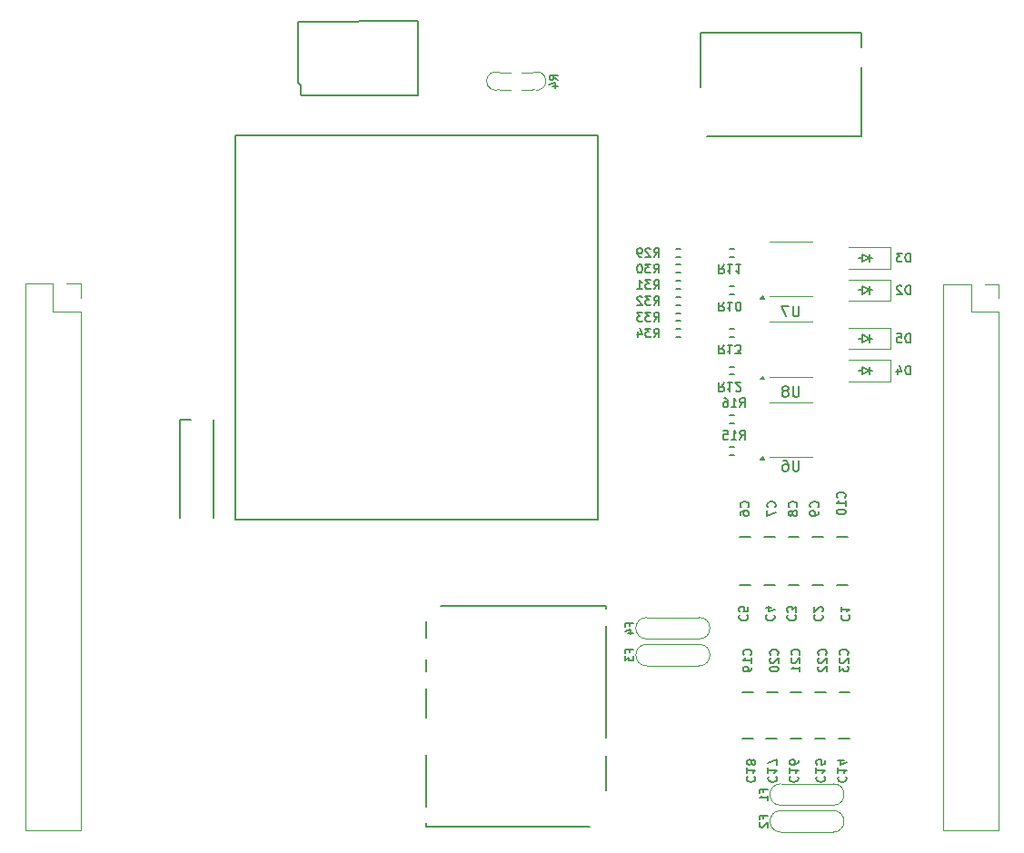
<source format=gbo>
G04 #@! TF.GenerationSoftware,KiCad,Pcbnew,8.0.7*
G04 #@! TF.CreationDate,2025-01-03T18:23:31+03:00*
G04 #@! TF.ProjectId,stabildaytona,73746162-696c-4646-9179-746f6e612e6b,D*
G04 #@! TF.SameCoordinates,PX2faf080PY9896800*
G04 #@! TF.FileFunction,Legend,Bot*
G04 #@! TF.FilePolarity,Positive*
%FSLAX46Y46*%
G04 Gerber Fmt 4.6, Leading zero omitted, Abs format (unit mm)*
G04 Created by KiCad (PCBNEW 8.0.7) date 2025-01-03 18:23:31*
%MOMM*%
%LPD*%
G01*
G04 APERTURE LIST*
%ADD10C,0.127000*%
%ADD11C,0.170000*%
%ADD12C,0.150000*%
%ADD13C,0.200000*%
%ADD14C,0.120000*%
%ADD15C,0.099060*%
%ADD16C,0.203200*%
G04 APERTURE END LIST*
D10*
X70946768Y5754000D02*
X70946768Y6008000D01*
X71345911Y6008000D02*
X70583911Y6008000D01*
X70583911Y6008000D02*
X70583911Y5645143D01*
X71345911Y4955714D02*
X71345911Y5391143D01*
X71345911Y5173428D02*
X70583911Y5173428D01*
X70583911Y5173428D02*
X70692768Y5246000D01*
X70692768Y5246000D02*
X70765340Y5318571D01*
X70765340Y5318571D02*
X70801626Y5391143D01*
X51750911Y72127000D02*
X51388054Y72381000D01*
X51750911Y72562429D02*
X50988911Y72562429D01*
X50988911Y72562429D02*
X50988911Y72272143D01*
X50988911Y72272143D02*
X51025197Y72199572D01*
X51025197Y72199572D02*
X51061483Y72163286D01*
X51061483Y72163286D02*
X51134054Y72127000D01*
X51134054Y72127000D02*
X51242911Y72127000D01*
X51242911Y72127000D02*
X51315483Y72163286D01*
X51315483Y72163286D02*
X51351768Y72199572D01*
X51351768Y72199572D02*
X51388054Y72272143D01*
X51388054Y72272143D02*
X51388054Y72562429D01*
X51242911Y71473857D02*
X51750911Y71473857D01*
X50952626Y71655286D02*
X51496911Y71836715D01*
X51496911Y71836715D02*
X51496911Y71365000D01*
X58446768Y21254000D02*
X58446768Y21508000D01*
X58845911Y21508000D02*
X58083911Y21508000D01*
X58083911Y21508000D02*
X58083911Y21145143D01*
X58337911Y20528285D02*
X58845911Y20528285D01*
X58047626Y20709714D02*
X58591911Y20891143D01*
X58591911Y20891143D02*
X58591911Y20419428D01*
X70946768Y3254000D02*
X70946768Y3508000D01*
X71345911Y3508000D02*
X70583911Y3508000D01*
X70583911Y3508000D02*
X70583911Y3145143D01*
X70656483Y2891143D02*
X70620197Y2854857D01*
X70620197Y2854857D02*
X70583911Y2782285D01*
X70583911Y2782285D02*
X70583911Y2600857D01*
X70583911Y2600857D02*
X70620197Y2528285D01*
X70620197Y2528285D02*
X70656483Y2492000D01*
X70656483Y2492000D02*
X70729054Y2455714D01*
X70729054Y2455714D02*
X70801626Y2455714D01*
X70801626Y2455714D02*
X70910483Y2492000D01*
X70910483Y2492000D02*
X71345911Y2927428D01*
X71345911Y2927428D02*
X71345911Y2455714D01*
X58446768Y18754000D02*
X58446768Y19008000D01*
X58845911Y19008000D02*
X58083911Y19008000D01*
X58083911Y19008000D02*
X58083911Y18645143D01*
X58083911Y18427428D02*
X58083911Y17955714D01*
X58083911Y17955714D02*
X58374197Y18209714D01*
X58374197Y18209714D02*
X58374197Y18100857D01*
X58374197Y18100857D02*
X58410483Y18028285D01*
X58410483Y18028285D02*
X58446768Y17992000D01*
X58446768Y17992000D02*
X58519340Y17955714D01*
X58519340Y17955714D02*
X58700768Y17955714D01*
X58700768Y17955714D02*
X58773340Y17992000D01*
X58773340Y17992000D02*
X58809626Y18028285D01*
X58809626Y18028285D02*
X58845911Y18100857D01*
X58845911Y18100857D02*
X58845911Y18318571D01*
X58845911Y18318571D02*
X58809626Y18391143D01*
X58809626Y18391143D02*
X58773340Y18427428D01*
D11*
X67275651Y43890809D02*
X67002318Y43500333D01*
X66807080Y43890809D02*
X66807080Y43070809D01*
X66807080Y43070809D02*
X67119461Y43070809D01*
X67119461Y43070809D02*
X67197556Y43109857D01*
X67197556Y43109857D02*
X67236603Y43148904D01*
X67236603Y43148904D02*
X67275651Y43227000D01*
X67275651Y43227000D02*
X67275651Y43344142D01*
X67275651Y43344142D02*
X67236603Y43422238D01*
X67236603Y43422238D02*
X67197556Y43461285D01*
X67197556Y43461285D02*
X67119461Y43500333D01*
X67119461Y43500333D02*
X66807080Y43500333D01*
X68056603Y43890809D02*
X67588032Y43890809D01*
X67822318Y43890809D02*
X67822318Y43070809D01*
X67822318Y43070809D02*
X67744222Y43187952D01*
X67744222Y43187952D02*
X67666127Y43266047D01*
X67666127Y43266047D02*
X67588032Y43305095D01*
X68368984Y43148904D02*
X68408032Y43109857D01*
X68408032Y43109857D02*
X68486127Y43070809D01*
X68486127Y43070809D02*
X68681365Y43070809D01*
X68681365Y43070809D02*
X68759460Y43109857D01*
X68759460Y43109857D02*
X68798508Y43148904D01*
X68798508Y43148904D02*
X68837555Y43227000D01*
X68837555Y43227000D02*
X68837555Y43305095D01*
X68837555Y43305095D02*
X68798508Y43422238D01*
X68798508Y43422238D02*
X68329936Y43890809D01*
X68329936Y43890809D02*
X68837555Y43890809D01*
X77947285Y7185651D02*
X77908238Y7146603D01*
X77908238Y7146603D02*
X77869190Y7029461D01*
X77869190Y7029461D02*
X77869190Y6951365D01*
X77869190Y6951365D02*
X77908238Y6834222D01*
X77908238Y6834222D02*
X77986333Y6756127D01*
X77986333Y6756127D02*
X78064428Y6717080D01*
X78064428Y6717080D02*
X78220618Y6678032D01*
X78220618Y6678032D02*
X78337761Y6678032D01*
X78337761Y6678032D02*
X78493952Y6717080D01*
X78493952Y6717080D02*
X78572047Y6756127D01*
X78572047Y6756127D02*
X78650142Y6834222D01*
X78650142Y6834222D02*
X78689190Y6951365D01*
X78689190Y6951365D02*
X78689190Y7029461D01*
X78689190Y7029461D02*
X78650142Y7146603D01*
X78650142Y7146603D02*
X78611095Y7185651D01*
X77869190Y7966603D02*
X77869190Y7498032D01*
X77869190Y7732318D02*
X78689190Y7732318D01*
X78689190Y7732318D02*
X78572047Y7654222D01*
X78572047Y7654222D02*
X78493952Y7576127D01*
X78493952Y7576127D02*
X78454904Y7498032D01*
X78415857Y8669460D02*
X77869190Y8669460D01*
X78728238Y8474222D02*
X78142523Y8278984D01*
X78142523Y8278984D02*
X78142523Y8786603D01*
X74262713Y18524349D02*
X74301761Y18563397D01*
X74301761Y18563397D02*
X74340808Y18680539D01*
X74340808Y18680539D02*
X74340808Y18758635D01*
X74340808Y18758635D02*
X74301761Y18875778D01*
X74301761Y18875778D02*
X74223665Y18953873D01*
X74223665Y18953873D02*
X74145570Y18992920D01*
X74145570Y18992920D02*
X73989380Y19031968D01*
X73989380Y19031968D02*
X73872237Y19031968D01*
X73872237Y19031968D02*
X73716046Y18992920D01*
X73716046Y18992920D02*
X73637951Y18953873D01*
X73637951Y18953873D02*
X73559856Y18875778D01*
X73559856Y18875778D02*
X73520808Y18758635D01*
X73520808Y18758635D02*
X73520808Y18680539D01*
X73520808Y18680539D02*
X73559856Y18563397D01*
X73559856Y18563397D02*
X73598903Y18524349D01*
X73598903Y18211968D02*
X73559856Y18172920D01*
X73559856Y18172920D02*
X73520808Y18094825D01*
X73520808Y18094825D02*
X73520808Y17899587D01*
X73520808Y17899587D02*
X73559856Y17821492D01*
X73559856Y17821492D02*
X73598903Y17782444D01*
X73598903Y17782444D02*
X73676999Y17743397D01*
X73676999Y17743397D02*
X73755094Y17743397D01*
X73755094Y17743397D02*
X73872237Y17782444D01*
X73872237Y17782444D02*
X74340808Y18251016D01*
X74340808Y18251016D02*
X74340808Y17743397D01*
X74340808Y16962445D02*
X74340808Y17431016D01*
X74340808Y17196730D02*
X73520808Y17196730D01*
X73520808Y17196730D02*
X73637951Y17274826D01*
X73637951Y17274826D02*
X73716046Y17352921D01*
X73716046Y17352921D02*
X73755094Y17431016D01*
X60724348Y49609192D02*
X60997681Y49999668D01*
X61192919Y49609192D02*
X61192919Y50429192D01*
X61192919Y50429192D02*
X60880538Y50429192D01*
X60880538Y50429192D02*
X60802443Y50390144D01*
X60802443Y50390144D02*
X60763396Y50351097D01*
X60763396Y50351097D02*
X60724348Y50273001D01*
X60724348Y50273001D02*
X60724348Y50155859D01*
X60724348Y50155859D02*
X60763396Y50077763D01*
X60763396Y50077763D02*
X60802443Y50038716D01*
X60802443Y50038716D02*
X60880538Y49999668D01*
X60880538Y49999668D02*
X61192919Y49999668D01*
X60451015Y50429192D02*
X59943396Y50429192D01*
X59943396Y50429192D02*
X60216729Y50116811D01*
X60216729Y50116811D02*
X60099586Y50116811D01*
X60099586Y50116811D02*
X60021491Y50077763D01*
X60021491Y50077763D02*
X59982443Y50038716D01*
X59982443Y50038716D02*
X59943396Y49960620D01*
X59943396Y49960620D02*
X59943396Y49765382D01*
X59943396Y49765382D02*
X59982443Y49687287D01*
X59982443Y49687287D02*
X60021491Y49648239D01*
X60021491Y49648239D02*
X60099586Y49609192D01*
X60099586Y49609192D02*
X60333872Y49609192D01*
X60333872Y49609192D02*
X60411967Y49648239D01*
X60411967Y49648239D02*
X60451015Y49687287D01*
X59670063Y50429192D02*
X59162444Y50429192D01*
X59162444Y50429192D02*
X59435777Y50116811D01*
X59435777Y50116811D02*
X59318634Y50116811D01*
X59318634Y50116811D02*
X59240539Y50077763D01*
X59240539Y50077763D02*
X59201491Y50038716D01*
X59201491Y50038716D02*
X59162444Y49960620D01*
X59162444Y49960620D02*
X59162444Y49765382D01*
X59162444Y49765382D02*
X59201491Y49687287D01*
X59201491Y49687287D02*
X59240539Y49648239D01*
X59240539Y49648239D02*
X59318634Y49609192D01*
X59318634Y49609192D02*
X59552920Y49609192D01*
X59552920Y49609192D02*
X59631015Y49648239D01*
X59631015Y49648239D02*
X59670063Y49687287D01*
X67275651Y51390809D02*
X67002318Y51000333D01*
X66807080Y51390809D02*
X66807080Y50570809D01*
X66807080Y50570809D02*
X67119461Y50570809D01*
X67119461Y50570809D02*
X67197556Y50609857D01*
X67197556Y50609857D02*
X67236603Y50648904D01*
X67236603Y50648904D02*
X67275651Y50727000D01*
X67275651Y50727000D02*
X67275651Y50844142D01*
X67275651Y50844142D02*
X67236603Y50922238D01*
X67236603Y50922238D02*
X67197556Y50961285D01*
X67197556Y50961285D02*
X67119461Y51000333D01*
X67119461Y51000333D02*
X66807080Y51000333D01*
X68056603Y51390809D02*
X67588032Y51390809D01*
X67822318Y51390809D02*
X67822318Y50570809D01*
X67822318Y50570809D02*
X67744222Y50687952D01*
X67744222Y50687952D02*
X67666127Y50766047D01*
X67666127Y50766047D02*
X67588032Y50805095D01*
X68564222Y50570809D02*
X68642317Y50570809D01*
X68642317Y50570809D02*
X68720413Y50609857D01*
X68720413Y50609857D02*
X68759460Y50648904D01*
X68759460Y50648904D02*
X68798508Y50727000D01*
X68798508Y50727000D02*
X68837555Y50883190D01*
X68837555Y50883190D02*
X68837555Y51078428D01*
X68837555Y51078428D02*
X68798508Y51234619D01*
X68798508Y51234619D02*
X68759460Y51312714D01*
X68759460Y51312714D02*
X68720413Y51351761D01*
X68720413Y51351761D02*
X68642317Y51390809D01*
X68642317Y51390809D02*
X68564222Y51390809D01*
X68564222Y51390809D02*
X68486127Y51351761D01*
X68486127Y51351761D02*
X68447079Y51312714D01*
X68447079Y51312714D02*
X68408032Y51234619D01*
X68408032Y51234619D02*
X68368984Y51078428D01*
X68368984Y51078428D02*
X68368984Y50883190D01*
X68368984Y50883190D02*
X68408032Y50727000D01*
X68408032Y50727000D02*
X68447079Y50648904D01*
X68447079Y50648904D02*
X68486127Y50609857D01*
X68486127Y50609857D02*
X68564222Y50570809D01*
X76762713Y18524349D02*
X76801761Y18563397D01*
X76801761Y18563397D02*
X76840808Y18680539D01*
X76840808Y18680539D02*
X76840808Y18758635D01*
X76840808Y18758635D02*
X76801761Y18875778D01*
X76801761Y18875778D02*
X76723665Y18953873D01*
X76723665Y18953873D02*
X76645570Y18992920D01*
X76645570Y18992920D02*
X76489380Y19031968D01*
X76489380Y19031968D02*
X76372237Y19031968D01*
X76372237Y19031968D02*
X76216046Y18992920D01*
X76216046Y18992920D02*
X76137951Y18953873D01*
X76137951Y18953873D02*
X76059856Y18875778D01*
X76059856Y18875778D02*
X76020808Y18758635D01*
X76020808Y18758635D02*
X76020808Y18680539D01*
X76020808Y18680539D02*
X76059856Y18563397D01*
X76059856Y18563397D02*
X76098903Y18524349D01*
X76098903Y18211968D02*
X76059856Y18172920D01*
X76059856Y18172920D02*
X76020808Y18094825D01*
X76020808Y18094825D02*
X76020808Y17899587D01*
X76020808Y17899587D02*
X76059856Y17821492D01*
X76059856Y17821492D02*
X76098903Y17782444D01*
X76098903Y17782444D02*
X76176999Y17743397D01*
X76176999Y17743397D02*
X76255094Y17743397D01*
X76255094Y17743397D02*
X76372237Y17782444D01*
X76372237Y17782444D02*
X76840808Y18251016D01*
X76840808Y18251016D02*
X76840808Y17743397D01*
X76098903Y17431016D02*
X76059856Y17391968D01*
X76059856Y17391968D02*
X76020808Y17313873D01*
X76020808Y17313873D02*
X76020808Y17118635D01*
X76020808Y17118635D02*
X76059856Y17040540D01*
X76059856Y17040540D02*
X76098903Y17001492D01*
X76098903Y17001492D02*
X76176999Y16962445D01*
X76176999Y16962445D02*
X76255094Y16962445D01*
X76255094Y16962445D02*
X76372237Y17001492D01*
X76372237Y17001492D02*
X76840808Y17470064D01*
X76840808Y17470064D02*
X76840808Y16962445D01*
X69512713Y32274349D02*
X69551761Y32313397D01*
X69551761Y32313397D02*
X69590808Y32430539D01*
X69590808Y32430539D02*
X69590808Y32508635D01*
X69590808Y32508635D02*
X69551761Y32625778D01*
X69551761Y32625778D02*
X69473665Y32703873D01*
X69473665Y32703873D02*
X69395570Y32742920D01*
X69395570Y32742920D02*
X69239380Y32781968D01*
X69239380Y32781968D02*
X69122237Y32781968D01*
X69122237Y32781968D02*
X68966046Y32742920D01*
X68966046Y32742920D02*
X68887951Y32703873D01*
X68887951Y32703873D02*
X68809856Y32625778D01*
X68809856Y32625778D02*
X68770808Y32508635D01*
X68770808Y32508635D02*
X68770808Y32430539D01*
X68770808Y32430539D02*
X68809856Y32313397D01*
X68809856Y32313397D02*
X68848903Y32274349D01*
X68770808Y31571492D02*
X68770808Y31727682D01*
X68770808Y31727682D02*
X68809856Y31805778D01*
X68809856Y31805778D02*
X68848903Y31844825D01*
X68848903Y31844825D02*
X68966046Y31922920D01*
X68966046Y31922920D02*
X69122237Y31961968D01*
X69122237Y31961968D02*
X69434618Y31961968D01*
X69434618Y31961968D02*
X69512713Y31922920D01*
X69512713Y31922920D02*
X69551761Y31883873D01*
X69551761Y31883873D02*
X69590808Y31805778D01*
X69590808Y31805778D02*
X69590808Y31649587D01*
X69590808Y31649587D02*
X69551761Y31571492D01*
X69551761Y31571492D02*
X69512713Y31532444D01*
X69512713Y31532444D02*
X69434618Y31493397D01*
X69434618Y31493397D02*
X69239380Y31493397D01*
X69239380Y31493397D02*
X69161284Y31532444D01*
X69161284Y31532444D02*
X69122237Y31571492D01*
X69122237Y31571492D02*
X69083189Y31649587D01*
X69083189Y31649587D02*
X69083189Y31805778D01*
X69083189Y31805778D02*
X69122237Y31883873D01*
X69122237Y31883873D02*
X69161284Y31922920D01*
X69161284Y31922920D02*
X69239380Y31961968D01*
X75947285Y7185651D02*
X75908238Y7146603D01*
X75908238Y7146603D02*
X75869190Y7029461D01*
X75869190Y7029461D02*
X75869190Y6951365D01*
X75869190Y6951365D02*
X75908238Y6834222D01*
X75908238Y6834222D02*
X75986333Y6756127D01*
X75986333Y6756127D02*
X76064428Y6717080D01*
X76064428Y6717080D02*
X76220618Y6678032D01*
X76220618Y6678032D02*
X76337761Y6678032D01*
X76337761Y6678032D02*
X76493952Y6717080D01*
X76493952Y6717080D02*
X76572047Y6756127D01*
X76572047Y6756127D02*
X76650142Y6834222D01*
X76650142Y6834222D02*
X76689190Y6951365D01*
X76689190Y6951365D02*
X76689190Y7029461D01*
X76689190Y7029461D02*
X76650142Y7146603D01*
X76650142Y7146603D02*
X76611095Y7185651D01*
X75869190Y7966603D02*
X75869190Y7498032D01*
X75869190Y7732318D02*
X76689190Y7732318D01*
X76689190Y7732318D02*
X76572047Y7654222D01*
X76572047Y7654222D02*
X76493952Y7576127D01*
X76493952Y7576127D02*
X76454904Y7498032D01*
X76689190Y8708508D02*
X76689190Y8318032D01*
X76689190Y8318032D02*
X76298714Y8278984D01*
X76298714Y8278984D02*
X76337761Y8318032D01*
X76337761Y8318032D02*
X76376809Y8396127D01*
X76376809Y8396127D02*
X76376809Y8591365D01*
X76376809Y8591365D02*
X76337761Y8669460D01*
X76337761Y8669460D02*
X76298714Y8708508D01*
X76298714Y8708508D02*
X76220618Y8747555D01*
X76220618Y8747555D02*
X76025380Y8747555D01*
X76025380Y8747555D02*
X75947285Y8708508D01*
X75947285Y8708508D02*
X75908238Y8669460D01*
X75908238Y8669460D02*
X75869190Y8591365D01*
X75869190Y8591365D02*
X75869190Y8396127D01*
X75869190Y8396127D02*
X75908238Y8318032D01*
X75908238Y8318032D02*
X75947285Y8278984D01*
X72262713Y18524349D02*
X72301761Y18563397D01*
X72301761Y18563397D02*
X72340808Y18680539D01*
X72340808Y18680539D02*
X72340808Y18758635D01*
X72340808Y18758635D02*
X72301761Y18875778D01*
X72301761Y18875778D02*
X72223665Y18953873D01*
X72223665Y18953873D02*
X72145570Y18992920D01*
X72145570Y18992920D02*
X71989380Y19031968D01*
X71989380Y19031968D02*
X71872237Y19031968D01*
X71872237Y19031968D02*
X71716046Y18992920D01*
X71716046Y18992920D02*
X71637951Y18953873D01*
X71637951Y18953873D02*
X71559856Y18875778D01*
X71559856Y18875778D02*
X71520808Y18758635D01*
X71520808Y18758635D02*
X71520808Y18680539D01*
X71520808Y18680539D02*
X71559856Y18563397D01*
X71559856Y18563397D02*
X71598903Y18524349D01*
X71598903Y18211968D02*
X71559856Y18172920D01*
X71559856Y18172920D02*
X71520808Y18094825D01*
X71520808Y18094825D02*
X71520808Y17899587D01*
X71520808Y17899587D02*
X71559856Y17821492D01*
X71559856Y17821492D02*
X71598903Y17782444D01*
X71598903Y17782444D02*
X71676999Y17743397D01*
X71676999Y17743397D02*
X71755094Y17743397D01*
X71755094Y17743397D02*
X71872237Y17782444D01*
X71872237Y17782444D02*
X72340808Y18251016D01*
X72340808Y18251016D02*
X72340808Y17743397D01*
X71520808Y17235778D02*
X71520808Y17157683D01*
X71520808Y17157683D02*
X71559856Y17079587D01*
X71559856Y17079587D02*
X71598903Y17040540D01*
X71598903Y17040540D02*
X71676999Y17001492D01*
X71676999Y17001492D02*
X71833189Y16962445D01*
X71833189Y16962445D02*
X72028427Y16962445D01*
X72028427Y16962445D02*
X72184618Y17001492D01*
X72184618Y17001492D02*
X72262713Y17040540D01*
X72262713Y17040540D02*
X72301761Y17079587D01*
X72301761Y17079587D02*
X72340808Y17157683D01*
X72340808Y17157683D02*
X72340808Y17235778D01*
X72340808Y17235778D02*
X72301761Y17313873D01*
X72301761Y17313873D02*
X72262713Y17352921D01*
X72262713Y17352921D02*
X72184618Y17391968D01*
X72184618Y17391968D02*
X72028427Y17431016D01*
X72028427Y17431016D02*
X71833189Y17431016D01*
X71833189Y17431016D02*
X71676999Y17391968D01*
X71676999Y17391968D02*
X71598903Y17352921D01*
X71598903Y17352921D02*
X71559856Y17313873D01*
X71559856Y17313873D02*
X71520808Y17235778D01*
X78762713Y18524349D02*
X78801761Y18563397D01*
X78801761Y18563397D02*
X78840808Y18680539D01*
X78840808Y18680539D02*
X78840808Y18758635D01*
X78840808Y18758635D02*
X78801761Y18875778D01*
X78801761Y18875778D02*
X78723665Y18953873D01*
X78723665Y18953873D02*
X78645570Y18992920D01*
X78645570Y18992920D02*
X78489380Y19031968D01*
X78489380Y19031968D02*
X78372237Y19031968D01*
X78372237Y19031968D02*
X78216046Y18992920D01*
X78216046Y18992920D02*
X78137951Y18953873D01*
X78137951Y18953873D02*
X78059856Y18875778D01*
X78059856Y18875778D02*
X78020808Y18758635D01*
X78020808Y18758635D02*
X78020808Y18680539D01*
X78020808Y18680539D02*
X78059856Y18563397D01*
X78059856Y18563397D02*
X78098903Y18524349D01*
X78098903Y18211968D02*
X78059856Y18172920D01*
X78059856Y18172920D02*
X78020808Y18094825D01*
X78020808Y18094825D02*
X78020808Y17899587D01*
X78020808Y17899587D02*
X78059856Y17821492D01*
X78059856Y17821492D02*
X78098903Y17782444D01*
X78098903Y17782444D02*
X78176999Y17743397D01*
X78176999Y17743397D02*
X78255094Y17743397D01*
X78255094Y17743397D02*
X78372237Y17782444D01*
X78372237Y17782444D02*
X78840808Y18251016D01*
X78840808Y18251016D02*
X78840808Y17743397D01*
X78020808Y17470064D02*
X78020808Y16962445D01*
X78020808Y16962445D02*
X78333189Y17235778D01*
X78333189Y17235778D02*
X78333189Y17118635D01*
X78333189Y17118635D02*
X78372237Y17040540D01*
X78372237Y17040540D02*
X78411284Y17001492D01*
X78411284Y17001492D02*
X78489380Y16962445D01*
X78489380Y16962445D02*
X78684618Y16962445D01*
X78684618Y16962445D02*
X78762713Y17001492D01*
X78762713Y17001492D02*
X78801761Y17040540D01*
X78801761Y17040540D02*
X78840808Y17118635D01*
X78840808Y17118635D02*
X78840808Y17352921D01*
X78840808Y17352921D02*
X78801761Y17431016D01*
X78801761Y17431016D02*
X78762713Y17470064D01*
D12*
X74261904Y36645181D02*
X74261904Y35835658D01*
X74261904Y35835658D02*
X74214285Y35740420D01*
X74214285Y35740420D02*
X74166666Y35692800D01*
X74166666Y35692800D02*
X74071428Y35645181D01*
X74071428Y35645181D02*
X73880952Y35645181D01*
X73880952Y35645181D02*
X73785714Y35692800D01*
X73785714Y35692800D02*
X73738095Y35740420D01*
X73738095Y35740420D02*
X73690476Y35835658D01*
X73690476Y35835658D02*
X73690476Y36645181D01*
X72785714Y36645181D02*
X72976190Y36645181D01*
X72976190Y36645181D02*
X73071428Y36597562D01*
X73071428Y36597562D02*
X73119047Y36549943D01*
X73119047Y36549943D02*
X73214285Y36407086D01*
X73214285Y36407086D02*
X73261904Y36216610D01*
X73261904Y36216610D02*
X73261904Y35835658D01*
X73261904Y35835658D02*
X73214285Y35740420D01*
X73214285Y35740420D02*
X73166666Y35692800D01*
X73166666Y35692800D02*
X73071428Y35645181D01*
X73071428Y35645181D02*
X72880952Y35645181D01*
X72880952Y35645181D02*
X72785714Y35692800D01*
X72785714Y35692800D02*
X72738095Y35740420D01*
X72738095Y35740420D02*
X72690476Y35835658D01*
X72690476Y35835658D02*
X72690476Y36073753D01*
X72690476Y36073753D02*
X72738095Y36168991D01*
X72738095Y36168991D02*
X72785714Y36216610D01*
X72785714Y36216610D02*
X72880952Y36264229D01*
X72880952Y36264229D02*
X73071428Y36264229D01*
X73071428Y36264229D02*
X73166666Y36216610D01*
X73166666Y36216610D02*
X73214285Y36168991D01*
X73214285Y36168991D02*
X73261904Y36073753D01*
D11*
X60724348Y55609192D02*
X60997681Y55999668D01*
X61192919Y55609192D02*
X61192919Y56429192D01*
X61192919Y56429192D02*
X60880538Y56429192D01*
X60880538Y56429192D02*
X60802443Y56390144D01*
X60802443Y56390144D02*
X60763396Y56351097D01*
X60763396Y56351097D02*
X60724348Y56273001D01*
X60724348Y56273001D02*
X60724348Y56155859D01*
X60724348Y56155859D02*
X60763396Y56077763D01*
X60763396Y56077763D02*
X60802443Y56038716D01*
X60802443Y56038716D02*
X60880538Y55999668D01*
X60880538Y55999668D02*
X61192919Y55999668D01*
X60411967Y56351097D02*
X60372919Y56390144D01*
X60372919Y56390144D02*
X60294824Y56429192D01*
X60294824Y56429192D02*
X60099586Y56429192D01*
X60099586Y56429192D02*
X60021491Y56390144D01*
X60021491Y56390144D02*
X59982443Y56351097D01*
X59982443Y56351097D02*
X59943396Y56273001D01*
X59943396Y56273001D02*
X59943396Y56194906D01*
X59943396Y56194906D02*
X59982443Y56077763D01*
X59982443Y56077763D02*
X60451015Y55609192D01*
X60451015Y55609192D02*
X59943396Y55609192D01*
X59552920Y55609192D02*
X59396729Y55609192D01*
X59396729Y55609192D02*
X59318634Y55648239D01*
X59318634Y55648239D02*
X59279586Y55687287D01*
X59279586Y55687287D02*
X59201491Y55804430D01*
X59201491Y55804430D02*
X59162444Y55960620D01*
X59162444Y55960620D02*
X59162444Y56273001D01*
X59162444Y56273001D02*
X59201491Y56351097D01*
X59201491Y56351097D02*
X59240539Y56390144D01*
X59240539Y56390144D02*
X59318634Y56429192D01*
X59318634Y56429192D02*
X59474825Y56429192D01*
X59474825Y56429192D02*
X59552920Y56390144D01*
X59552920Y56390144D02*
X59591967Y56351097D01*
X59591967Y56351097D02*
X59631015Y56273001D01*
X59631015Y56273001D02*
X59631015Y56077763D01*
X59631015Y56077763D02*
X59591967Y55999668D01*
X59591967Y55999668D02*
X59552920Y55960620D01*
X59552920Y55960620D02*
X59474825Y55921573D01*
X59474825Y55921573D02*
X59318634Y55921573D01*
X59318634Y55921573D02*
X59240539Y55960620D01*
X59240539Y55960620D02*
X59201491Y55999668D01*
X59201491Y55999668D02*
X59162444Y56077763D01*
X84605237Y47629492D02*
X84605237Y48449492D01*
X84605237Y48449492D02*
X84409999Y48449492D01*
X84409999Y48449492D02*
X84292856Y48410444D01*
X84292856Y48410444D02*
X84214761Y48332349D01*
X84214761Y48332349D02*
X84175714Y48254254D01*
X84175714Y48254254D02*
X84136666Y48098063D01*
X84136666Y48098063D02*
X84136666Y47980920D01*
X84136666Y47980920D02*
X84175714Y47824730D01*
X84175714Y47824730D02*
X84214761Y47746635D01*
X84214761Y47746635D02*
X84292856Y47668539D01*
X84292856Y47668539D02*
X84409999Y47629492D01*
X84409999Y47629492D02*
X84605237Y47629492D01*
X83394761Y48449492D02*
X83785237Y48449492D01*
X83785237Y48449492D02*
X83824285Y48059016D01*
X83824285Y48059016D02*
X83785237Y48098063D01*
X83785237Y48098063D02*
X83707142Y48137111D01*
X83707142Y48137111D02*
X83511904Y48137111D01*
X83511904Y48137111D02*
X83433809Y48098063D01*
X83433809Y48098063D02*
X83394761Y48059016D01*
X83394761Y48059016D02*
X83355714Y47980920D01*
X83355714Y47980920D02*
X83355714Y47785682D01*
X83355714Y47785682D02*
X83394761Y47707587D01*
X83394761Y47707587D02*
X83433809Y47668539D01*
X83433809Y47668539D02*
X83511904Y47629492D01*
X83511904Y47629492D02*
X83707142Y47629492D01*
X83707142Y47629492D02*
X83785237Y47668539D01*
X83785237Y47668539D02*
X83824285Y47707587D01*
X71237286Y22225652D02*
X71198239Y22186604D01*
X71198239Y22186604D02*
X71159191Y22069462D01*
X71159191Y22069462D02*
X71159191Y21991366D01*
X71159191Y21991366D02*
X71198239Y21874223D01*
X71198239Y21874223D02*
X71276334Y21796128D01*
X71276334Y21796128D02*
X71354429Y21757081D01*
X71354429Y21757081D02*
X71510619Y21718033D01*
X71510619Y21718033D02*
X71627762Y21718033D01*
X71627762Y21718033D02*
X71783953Y21757081D01*
X71783953Y21757081D02*
X71862048Y21796128D01*
X71862048Y21796128D02*
X71940143Y21874223D01*
X71940143Y21874223D02*
X71979191Y21991366D01*
X71979191Y21991366D02*
X71979191Y22069462D01*
X71979191Y22069462D02*
X71940143Y22186604D01*
X71940143Y22186604D02*
X71901096Y22225652D01*
X71705858Y22928509D02*
X71159191Y22928509D01*
X72018239Y22733271D02*
X71432524Y22538033D01*
X71432524Y22538033D02*
X71432524Y23045652D01*
X69447285Y7185651D02*
X69408238Y7146603D01*
X69408238Y7146603D02*
X69369190Y7029461D01*
X69369190Y7029461D02*
X69369190Y6951365D01*
X69369190Y6951365D02*
X69408238Y6834222D01*
X69408238Y6834222D02*
X69486333Y6756127D01*
X69486333Y6756127D02*
X69564428Y6717080D01*
X69564428Y6717080D02*
X69720618Y6678032D01*
X69720618Y6678032D02*
X69837761Y6678032D01*
X69837761Y6678032D02*
X69993952Y6717080D01*
X69993952Y6717080D02*
X70072047Y6756127D01*
X70072047Y6756127D02*
X70150142Y6834222D01*
X70150142Y6834222D02*
X70189190Y6951365D01*
X70189190Y6951365D02*
X70189190Y7029461D01*
X70189190Y7029461D02*
X70150142Y7146603D01*
X70150142Y7146603D02*
X70111095Y7185651D01*
X69369190Y7966603D02*
X69369190Y7498032D01*
X69369190Y7732318D02*
X70189190Y7732318D01*
X70189190Y7732318D02*
X70072047Y7654222D01*
X70072047Y7654222D02*
X69993952Y7576127D01*
X69993952Y7576127D02*
X69954904Y7498032D01*
X69837761Y8435174D02*
X69876809Y8357079D01*
X69876809Y8357079D02*
X69915857Y8318032D01*
X69915857Y8318032D02*
X69993952Y8278984D01*
X69993952Y8278984D02*
X70032999Y8278984D01*
X70032999Y8278984D02*
X70111095Y8318032D01*
X70111095Y8318032D02*
X70150142Y8357079D01*
X70150142Y8357079D02*
X70189190Y8435174D01*
X70189190Y8435174D02*
X70189190Y8591365D01*
X70189190Y8591365D02*
X70150142Y8669460D01*
X70150142Y8669460D02*
X70111095Y8708508D01*
X70111095Y8708508D02*
X70032999Y8747555D01*
X70032999Y8747555D02*
X69993952Y8747555D01*
X69993952Y8747555D02*
X69915857Y8708508D01*
X69915857Y8708508D02*
X69876809Y8669460D01*
X69876809Y8669460D02*
X69837761Y8591365D01*
X69837761Y8591365D02*
X69837761Y8435174D01*
X69837761Y8435174D02*
X69798714Y8357079D01*
X69798714Y8357079D02*
X69759666Y8318032D01*
X69759666Y8318032D02*
X69681571Y8278984D01*
X69681571Y8278984D02*
X69525380Y8278984D01*
X69525380Y8278984D02*
X69447285Y8318032D01*
X69447285Y8318032D02*
X69408238Y8357079D01*
X69408238Y8357079D02*
X69369190Y8435174D01*
X69369190Y8435174D02*
X69369190Y8591365D01*
X69369190Y8591365D02*
X69408238Y8669460D01*
X69408238Y8669460D02*
X69447285Y8708508D01*
X69447285Y8708508D02*
X69525380Y8747555D01*
X69525380Y8747555D02*
X69681571Y8747555D01*
X69681571Y8747555D02*
X69759666Y8708508D01*
X69759666Y8708508D02*
X69798714Y8669460D01*
X69798714Y8669460D02*
X69837761Y8591365D01*
X60724348Y52609192D02*
X60997681Y52999668D01*
X61192919Y52609192D02*
X61192919Y53429192D01*
X61192919Y53429192D02*
X60880538Y53429192D01*
X60880538Y53429192D02*
X60802443Y53390144D01*
X60802443Y53390144D02*
X60763396Y53351097D01*
X60763396Y53351097D02*
X60724348Y53273001D01*
X60724348Y53273001D02*
X60724348Y53155859D01*
X60724348Y53155859D02*
X60763396Y53077763D01*
X60763396Y53077763D02*
X60802443Y53038716D01*
X60802443Y53038716D02*
X60880538Y52999668D01*
X60880538Y52999668D02*
X61192919Y52999668D01*
X60451015Y53429192D02*
X59943396Y53429192D01*
X59943396Y53429192D02*
X60216729Y53116811D01*
X60216729Y53116811D02*
X60099586Y53116811D01*
X60099586Y53116811D02*
X60021491Y53077763D01*
X60021491Y53077763D02*
X59982443Y53038716D01*
X59982443Y53038716D02*
X59943396Y52960620D01*
X59943396Y52960620D02*
X59943396Y52765382D01*
X59943396Y52765382D02*
X59982443Y52687287D01*
X59982443Y52687287D02*
X60021491Y52648239D01*
X60021491Y52648239D02*
X60099586Y52609192D01*
X60099586Y52609192D02*
X60333872Y52609192D01*
X60333872Y52609192D02*
X60411967Y52648239D01*
X60411967Y52648239D02*
X60451015Y52687287D01*
X59162444Y52609192D02*
X59631015Y52609192D01*
X59396729Y52609192D02*
X59396729Y53429192D01*
X59396729Y53429192D02*
X59474825Y53312049D01*
X59474825Y53312049D02*
X59552920Y53233954D01*
X59552920Y53233954D02*
X59631015Y53194906D01*
X84605237Y44629492D02*
X84605237Y45449492D01*
X84605237Y45449492D02*
X84409999Y45449492D01*
X84409999Y45449492D02*
X84292856Y45410444D01*
X84292856Y45410444D02*
X84214761Y45332349D01*
X84214761Y45332349D02*
X84175714Y45254254D01*
X84175714Y45254254D02*
X84136666Y45098063D01*
X84136666Y45098063D02*
X84136666Y44980920D01*
X84136666Y44980920D02*
X84175714Y44824730D01*
X84175714Y44824730D02*
X84214761Y44746635D01*
X84214761Y44746635D02*
X84292856Y44668539D01*
X84292856Y44668539D02*
X84409999Y44629492D01*
X84409999Y44629492D02*
X84605237Y44629492D01*
X83433809Y45176159D02*
X83433809Y44629492D01*
X83629047Y45488539D02*
X83824285Y44902825D01*
X83824285Y44902825D02*
X83316666Y44902825D01*
X74012713Y32274349D02*
X74051761Y32313397D01*
X74051761Y32313397D02*
X74090808Y32430539D01*
X74090808Y32430539D02*
X74090808Y32508635D01*
X74090808Y32508635D02*
X74051761Y32625778D01*
X74051761Y32625778D02*
X73973665Y32703873D01*
X73973665Y32703873D02*
X73895570Y32742920D01*
X73895570Y32742920D02*
X73739380Y32781968D01*
X73739380Y32781968D02*
X73622237Y32781968D01*
X73622237Y32781968D02*
X73466046Y32742920D01*
X73466046Y32742920D02*
X73387951Y32703873D01*
X73387951Y32703873D02*
X73309856Y32625778D01*
X73309856Y32625778D02*
X73270808Y32508635D01*
X73270808Y32508635D02*
X73270808Y32430539D01*
X73270808Y32430539D02*
X73309856Y32313397D01*
X73309856Y32313397D02*
X73348903Y32274349D01*
X73622237Y31805778D02*
X73583189Y31883873D01*
X73583189Y31883873D02*
X73544141Y31922920D01*
X73544141Y31922920D02*
X73466046Y31961968D01*
X73466046Y31961968D02*
X73426999Y31961968D01*
X73426999Y31961968D02*
X73348903Y31922920D01*
X73348903Y31922920D02*
X73309856Y31883873D01*
X73309856Y31883873D02*
X73270808Y31805778D01*
X73270808Y31805778D02*
X73270808Y31649587D01*
X73270808Y31649587D02*
X73309856Y31571492D01*
X73309856Y31571492D02*
X73348903Y31532444D01*
X73348903Y31532444D02*
X73426999Y31493397D01*
X73426999Y31493397D02*
X73466046Y31493397D01*
X73466046Y31493397D02*
X73544141Y31532444D01*
X73544141Y31532444D02*
X73583189Y31571492D01*
X73583189Y31571492D02*
X73622237Y31649587D01*
X73622237Y31649587D02*
X73622237Y31805778D01*
X73622237Y31805778D02*
X73661284Y31883873D01*
X73661284Y31883873D02*
X73700332Y31922920D01*
X73700332Y31922920D02*
X73778427Y31961968D01*
X73778427Y31961968D02*
X73934618Y31961968D01*
X73934618Y31961968D02*
X74012713Y31922920D01*
X74012713Y31922920D02*
X74051761Y31883873D01*
X74051761Y31883873D02*
X74090808Y31805778D01*
X74090808Y31805778D02*
X74090808Y31649587D01*
X74090808Y31649587D02*
X74051761Y31571492D01*
X74051761Y31571492D02*
X74012713Y31532444D01*
X74012713Y31532444D02*
X73934618Y31493397D01*
X73934618Y31493397D02*
X73778427Y31493397D01*
X73778427Y31493397D02*
X73700332Y31532444D01*
X73700332Y31532444D02*
X73661284Y31571492D01*
X73661284Y31571492D02*
X73622237Y31649587D01*
D12*
X74261904Y51045181D02*
X74261904Y50235658D01*
X74261904Y50235658D02*
X74214285Y50140420D01*
X74214285Y50140420D02*
X74166666Y50092800D01*
X74166666Y50092800D02*
X74071428Y50045181D01*
X74071428Y50045181D02*
X73880952Y50045181D01*
X73880952Y50045181D02*
X73785714Y50092800D01*
X73785714Y50092800D02*
X73738095Y50140420D01*
X73738095Y50140420D02*
X73690476Y50235658D01*
X73690476Y50235658D02*
X73690476Y51045181D01*
X73309523Y51045181D02*
X72642857Y51045181D01*
X72642857Y51045181D02*
X73071428Y50045181D01*
D11*
X76012713Y32274349D02*
X76051761Y32313397D01*
X76051761Y32313397D02*
X76090808Y32430539D01*
X76090808Y32430539D02*
X76090808Y32508635D01*
X76090808Y32508635D02*
X76051761Y32625778D01*
X76051761Y32625778D02*
X75973665Y32703873D01*
X75973665Y32703873D02*
X75895570Y32742920D01*
X75895570Y32742920D02*
X75739380Y32781968D01*
X75739380Y32781968D02*
X75622237Y32781968D01*
X75622237Y32781968D02*
X75466046Y32742920D01*
X75466046Y32742920D02*
X75387951Y32703873D01*
X75387951Y32703873D02*
X75309856Y32625778D01*
X75309856Y32625778D02*
X75270808Y32508635D01*
X75270808Y32508635D02*
X75270808Y32430539D01*
X75270808Y32430539D02*
X75309856Y32313397D01*
X75309856Y32313397D02*
X75348903Y32274349D01*
X76090808Y31883873D02*
X76090808Y31727682D01*
X76090808Y31727682D02*
X76051761Y31649587D01*
X76051761Y31649587D02*
X76012713Y31610539D01*
X76012713Y31610539D02*
X75895570Y31532444D01*
X75895570Y31532444D02*
X75739380Y31493397D01*
X75739380Y31493397D02*
X75426999Y31493397D01*
X75426999Y31493397D02*
X75348903Y31532444D01*
X75348903Y31532444D02*
X75309856Y31571492D01*
X75309856Y31571492D02*
X75270808Y31649587D01*
X75270808Y31649587D02*
X75270808Y31805778D01*
X75270808Y31805778D02*
X75309856Y31883873D01*
X75309856Y31883873D02*
X75348903Y31922920D01*
X75348903Y31922920D02*
X75426999Y31961968D01*
X75426999Y31961968D02*
X75622237Y31961968D01*
X75622237Y31961968D02*
X75700332Y31922920D01*
X75700332Y31922920D02*
X75739380Y31883873D01*
X75739380Y31883873D02*
X75778427Y31805778D01*
X75778427Y31805778D02*
X75778427Y31649587D01*
X75778427Y31649587D02*
X75739380Y31571492D01*
X75739380Y31571492D02*
X75700332Y31532444D01*
X75700332Y31532444D02*
X75622237Y31493397D01*
X60724348Y54109192D02*
X60997681Y54499668D01*
X61192919Y54109192D02*
X61192919Y54929192D01*
X61192919Y54929192D02*
X60880538Y54929192D01*
X60880538Y54929192D02*
X60802443Y54890144D01*
X60802443Y54890144D02*
X60763396Y54851097D01*
X60763396Y54851097D02*
X60724348Y54773001D01*
X60724348Y54773001D02*
X60724348Y54655859D01*
X60724348Y54655859D02*
X60763396Y54577763D01*
X60763396Y54577763D02*
X60802443Y54538716D01*
X60802443Y54538716D02*
X60880538Y54499668D01*
X60880538Y54499668D02*
X61192919Y54499668D01*
X60451015Y54929192D02*
X59943396Y54929192D01*
X59943396Y54929192D02*
X60216729Y54616811D01*
X60216729Y54616811D02*
X60099586Y54616811D01*
X60099586Y54616811D02*
X60021491Y54577763D01*
X60021491Y54577763D02*
X59982443Y54538716D01*
X59982443Y54538716D02*
X59943396Y54460620D01*
X59943396Y54460620D02*
X59943396Y54265382D01*
X59943396Y54265382D02*
X59982443Y54187287D01*
X59982443Y54187287D02*
X60021491Y54148239D01*
X60021491Y54148239D02*
X60099586Y54109192D01*
X60099586Y54109192D02*
X60333872Y54109192D01*
X60333872Y54109192D02*
X60411967Y54148239D01*
X60411967Y54148239D02*
X60451015Y54187287D01*
X59435777Y54929192D02*
X59357682Y54929192D01*
X59357682Y54929192D02*
X59279586Y54890144D01*
X59279586Y54890144D02*
X59240539Y54851097D01*
X59240539Y54851097D02*
X59201491Y54773001D01*
X59201491Y54773001D02*
X59162444Y54616811D01*
X59162444Y54616811D02*
X59162444Y54421573D01*
X59162444Y54421573D02*
X59201491Y54265382D01*
X59201491Y54265382D02*
X59240539Y54187287D01*
X59240539Y54187287D02*
X59279586Y54148239D01*
X59279586Y54148239D02*
X59357682Y54109192D01*
X59357682Y54109192D02*
X59435777Y54109192D01*
X59435777Y54109192D02*
X59513872Y54148239D01*
X59513872Y54148239D02*
X59552920Y54187287D01*
X59552920Y54187287D02*
X59591967Y54265382D01*
X59591967Y54265382D02*
X59631015Y54421573D01*
X59631015Y54421573D02*
X59631015Y54616811D01*
X59631015Y54616811D02*
X59591967Y54773001D01*
X59591967Y54773001D02*
X59552920Y54851097D01*
X59552920Y54851097D02*
X59513872Y54890144D01*
X59513872Y54890144D02*
X59435777Y54929192D01*
X68724348Y38609192D02*
X68997681Y38999668D01*
X69192919Y38609192D02*
X69192919Y39429192D01*
X69192919Y39429192D02*
X68880538Y39429192D01*
X68880538Y39429192D02*
X68802443Y39390144D01*
X68802443Y39390144D02*
X68763396Y39351097D01*
X68763396Y39351097D02*
X68724348Y39273001D01*
X68724348Y39273001D02*
X68724348Y39155859D01*
X68724348Y39155859D02*
X68763396Y39077763D01*
X68763396Y39077763D02*
X68802443Y39038716D01*
X68802443Y39038716D02*
X68880538Y38999668D01*
X68880538Y38999668D02*
X69192919Y38999668D01*
X67943396Y38609192D02*
X68411967Y38609192D01*
X68177681Y38609192D02*
X68177681Y39429192D01*
X68177681Y39429192D02*
X68255777Y39312049D01*
X68255777Y39312049D02*
X68333872Y39233954D01*
X68333872Y39233954D02*
X68411967Y39194906D01*
X67201491Y39429192D02*
X67591967Y39429192D01*
X67591967Y39429192D02*
X67631015Y39038716D01*
X67631015Y39038716D02*
X67591967Y39077763D01*
X67591967Y39077763D02*
X67513872Y39116811D01*
X67513872Y39116811D02*
X67318634Y39116811D01*
X67318634Y39116811D02*
X67240539Y39077763D01*
X67240539Y39077763D02*
X67201491Y39038716D01*
X67201491Y39038716D02*
X67162444Y38960620D01*
X67162444Y38960620D02*
X67162444Y38765382D01*
X67162444Y38765382D02*
X67201491Y38687287D01*
X67201491Y38687287D02*
X67240539Y38648239D01*
X67240539Y38648239D02*
X67318634Y38609192D01*
X67318634Y38609192D02*
X67513872Y38609192D01*
X67513872Y38609192D02*
X67591967Y38648239D01*
X67591967Y38648239D02*
X67631015Y38687287D01*
X67275651Y54890809D02*
X67002318Y54500333D01*
X66807080Y54890809D02*
X66807080Y54070809D01*
X66807080Y54070809D02*
X67119461Y54070809D01*
X67119461Y54070809D02*
X67197556Y54109857D01*
X67197556Y54109857D02*
X67236603Y54148904D01*
X67236603Y54148904D02*
X67275651Y54227000D01*
X67275651Y54227000D02*
X67275651Y54344142D01*
X67275651Y54344142D02*
X67236603Y54422238D01*
X67236603Y54422238D02*
X67197556Y54461285D01*
X67197556Y54461285D02*
X67119461Y54500333D01*
X67119461Y54500333D02*
X66807080Y54500333D01*
X68056603Y54890809D02*
X67588032Y54890809D01*
X67822318Y54890809D02*
X67822318Y54070809D01*
X67822318Y54070809D02*
X67744222Y54187952D01*
X67744222Y54187952D02*
X67666127Y54266047D01*
X67666127Y54266047D02*
X67588032Y54305095D01*
X68837555Y54890809D02*
X68368984Y54890809D01*
X68603270Y54890809D02*
X68603270Y54070809D01*
X68603270Y54070809D02*
X68525174Y54187952D01*
X68525174Y54187952D02*
X68447079Y54266047D01*
X68447079Y54266047D02*
X68368984Y54305095D01*
X72012713Y32274349D02*
X72051761Y32313397D01*
X72051761Y32313397D02*
X72090808Y32430539D01*
X72090808Y32430539D02*
X72090808Y32508635D01*
X72090808Y32508635D02*
X72051761Y32625778D01*
X72051761Y32625778D02*
X71973665Y32703873D01*
X71973665Y32703873D02*
X71895570Y32742920D01*
X71895570Y32742920D02*
X71739380Y32781968D01*
X71739380Y32781968D02*
X71622237Y32781968D01*
X71622237Y32781968D02*
X71466046Y32742920D01*
X71466046Y32742920D02*
X71387951Y32703873D01*
X71387951Y32703873D02*
X71309856Y32625778D01*
X71309856Y32625778D02*
X71270808Y32508635D01*
X71270808Y32508635D02*
X71270808Y32430539D01*
X71270808Y32430539D02*
X71309856Y32313397D01*
X71309856Y32313397D02*
X71348903Y32274349D01*
X71270808Y32001016D02*
X71270808Y31454349D01*
X71270808Y31454349D02*
X72090808Y31805778D01*
X60724348Y48109192D02*
X60997681Y48499668D01*
X61192919Y48109192D02*
X61192919Y48929192D01*
X61192919Y48929192D02*
X60880538Y48929192D01*
X60880538Y48929192D02*
X60802443Y48890144D01*
X60802443Y48890144D02*
X60763396Y48851097D01*
X60763396Y48851097D02*
X60724348Y48773001D01*
X60724348Y48773001D02*
X60724348Y48655859D01*
X60724348Y48655859D02*
X60763396Y48577763D01*
X60763396Y48577763D02*
X60802443Y48538716D01*
X60802443Y48538716D02*
X60880538Y48499668D01*
X60880538Y48499668D02*
X61192919Y48499668D01*
X60451015Y48929192D02*
X59943396Y48929192D01*
X59943396Y48929192D02*
X60216729Y48616811D01*
X60216729Y48616811D02*
X60099586Y48616811D01*
X60099586Y48616811D02*
X60021491Y48577763D01*
X60021491Y48577763D02*
X59982443Y48538716D01*
X59982443Y48538716D02*
X59943396Y48460620D01*
X59943396Y48460620D02*
X59943396Y48265382D01*
X59943396Y48265382D02*
X59982443Y48187287D01*
X59982443Y48187287D02*
X60021491Y48148239D01*
X60021491Y48148239D02*
X60099586Y48109192D01*
X60099586Y48109192D02*
X60333872Y48109192D01*
X60333872Y48109192D02*
X60411967Y48148239D01*
X60411967Y48148239D02*
X60451015Y48187287D01*
X59240539Y48655859D02*
X59240539Y48109192D01*
X59435777Y48968239D02*
X59631015Y48382525D01*
X59631015Y48382525D02*
X59123396Y48382525D01*
X68737286Y22225652D02*
X68698239Y22186604D01*
X68698239Y22186604D02*
X68659191Y22069462D01*
X68659191Y22069462D02*
X68659191Y21991366D01*
X68659191Y21991366D02*
X68698239Y21874223D01*
X68698239Y21874223D02*
X68776334Y21796128D01*
X68776334Y21796128D02*
X68854429Y21757081D01*
X68854429Y21757081D02*
X69010619Y21718033D01*
X69010619Y21718033D02*
X69127762Y21718033D01*
X69127762Y21718033D02*
X69283953Y21757081D01*
X69283953Y21757081D02*
X69362048Y21796128D01*
X69362048Y21796128D02*
X69440143Y21874223D01*
X69440143Y21874223D02*
X69479191Y21991366D01*
X69479191Y21991366D02*
X69479191Y22069462D01*
X69479191Y22069462D02*
X69440143Y22186604D01*
X69440143Y22186604D02*
X69401096Y22225652D01*
X69479191Y22967557D02*
X69479191Y22577081D01*
X69479191Y22577081D02*
X69088715Y22538033D01*
X69088715Y22538033D02*
X69127762Y22577081D01*
X69127762Y22577081D02*
X69166810Y22655176D01*
X69166810Y22655176D02*
X69166810Y22850414D01*
X69166810Y22850414D02*
X69127762Y22928509D01*
X69127762Y22928509D02*
X69088715Y22967557D01*
X69088715Y22967557D02*
X69010619Y23006604D01*
X69010619Y23006604D02*
X68815381Y23006604D01*
X68815381Y23006604D02*
X68737286Y22967557D01*
X68737286Y22967557D02*
X68698239Y22928509D01*
X68698239Y22928509D02*
X68659191Y22850414D01*
X68659191Y22850414D02*
X68659191Y22655176D01*
X68659191Y22655176D02*
X68698239Y22577081D01*
X68698239Y22577081D02*
X68737286Y22538033D01*
X68724348Y41609192D02*
X68997681Y41999668D01*
X69192919Y41609192D02*
X69192919Y42429192D01*
X69192919Y42429192D02*
X68880538Y42429192D01*
X68880538Y42429192D02*
X68802443Y42390144D01*
X68802443Y42390144D02*
X68763396Y42351097D01*
X68763396Y42351097D02*
X68724348Y42273001D01*
X68724348Y42273001D02*
X68724348Y42155859D01*
X68724348Y42155859D02*
X68763396Y42077763D01*
X68763396Y42077763D02*
X68802443Y42038716D01*
X68802443Y42038716D02*
X68880538Y41999668D01*
X68880538Y41999668D02*
X69192919Y41999668D01*
X67943396Y41609192D02*
X68411967Y41609192D01*
X68177681Y41609192D02*
X68177681Y42429192D01*
X68177681Y42429192D02*
X68255777Y42312049D01*
X68255777Y42312049D02*
X68333872Y42233954D01*
X68333872Y42233954D02*
X68411967Y42194906D01*
X67240539Y42429192D02*
X67396729Y42429192D01*
X67396729Y42429192D02*
X67474825Y42390144D01*
X67474825Y42390144D02*
X67513872Y42351097D01*
X67513872Y42351097D02*
X67591967Y42233954D01*
X67591967Y42233954D02*
X67631015Y42077763D01*
X67631015Y42077763D02*
X67631015Y41765382D01*
X67631015Y41765382D02*
X67591967Y41687287D01*
X67591967Y41687287D02*
X67552920Y41648239D01*
X67552920Y41648239D02*
X67474825Y41609192D01*
X67474825Y41609192D02*
X67318634Y41609192D01*
X67318634Y41609192D02*
X67240539Y41648239D01*
X67240539Y41648239D02*
X67201491Y41687287D01*
X67201491Y41687287D02*
X67162444Y41765382D01*
X67162444Y41765382D02*
X67162444Y41960620D01*
X67162444Y41960620D02*
X67201491Y42038716D01*
X67201491Y42038716D02*
X67240539Y42077763D01*
X67240539Y42077763D02*
X67318634Y42116811D01*
X67318634Y42116811D02*
X67474825Y42116811D01*
X67474825Y42116811D02*
X67552920Y42077763D01*
X67552920Y42077763D02*
X67591967Y42038716D01*
X67591967Y42038716D02*
X67631015Y41960620D01*
X60724348Y51109192D02*
X60997681Y51499668D01*
X61192919Y51109192D02*
X61192919Y51929192D01*
X61192919Y51929192D02*
X60880538Y51929192D01*
X60880538Y51929192D02*
X60802443Y51890144D01*
X60802443Y51890144D02*
X60763396Y51851097D01*
X60763396Y51851097D02*
X60724348Y51773001D01*
X60724348Y51773001D02*
X60724348Y51655859D01*
X60724348Y51655859D02*
X60763396Y51577763D01*
X60763396Y51577763D02*
X60802443Y51538716D01*
X60802443Y51538716D02*
X60880538Y51499668D01*
X60880538Y51499668D02*
X61192919Y51499668D01*
X60451015Y51929192D02*
X59943396Y51929192D01*
X59943396Y51929192D02*
X60216729Y51616811D01*
X60216729Y51616811D02*
X60099586Y51616811D01*
X60099586Y51616811D02*
X60021491Y51577763D01*
X60021491Y51577763D02*
X59982443Y51538716D01*
X59982443Y51538716D02*
X59943396Y51460620D01*
X59943396Y51460620D02*
X59943396Y51265382D01*
X59943396Y51265382D02*
X59982443Y51187287D01*
X59982443Y51187287D02*
X60021491Y51148239D01*
X60021491Y51148239D02*
X60099586Y51109192D01*
X60099586Y51109192D02*
X60333872Y51109192D01*
X60333872Y51109192D02*
X60411967Y51148239D01*
X60411967Y51148239D02*
X60451015Y51187287D01*
X59631015Y51851097D02*
X59591967Y51890144D01*
X59591967Y51890144D02*
X59513872Y51929192D01*
X59513872Y51929192D02*
X59318634Y51929192D01*
X59318634Y51929192D02*
X59240539Y51890144D01*
X59240539Y51890144D02*
X59201491Y51851097D01*
X59201491Y51851097D02*
X59162444Y51773001D01*
X59162444Y51773001D02*
X59162444Y51694906D01*
X59162444Y51694906D02*
X59201491Y51577763D01*
X59201491Y51577763D02*
X59670063Y51109192D01*
X59670063Y51109192D02*
X59162444Y51109192D01*
X71447285Y7185651D02*
X71408238Y7146603D01*
X71408238Y7146603D02*
X71369190Y7029461D01*
X71369190Y7029461D02*
X71369190Y6951365D01*
X71369190Y6951365D02*
X71408238Y6834222D01*
X71408238Y6834222D02*
X71486333Y6756127D01*
X71486333Y6756127D02*
X71564428Y6717080D01*
X71564428Y6717080D02*
X71720618Y6678032D01*
X71720618Y6678032D02*
X71837761Y6678032D01*
X71837761Y6678032D02*
X71993952Y6717080D01*
X71993952Y6717080D02*
X72072047Y6756127D01*
X72072047Y6756127D02*
X72150142Y6834222D01*
X72150142Y6834222D02*
X72189190Y6951365D01*
X72189190Y6951365D02*
X72189190Y7029461D01*
X72189190Y7029461D02*
X72150142Y7146603D01*
X72150142Y7146603D02*
X72111095Y7185651D01*
X71369190Y7966603D02*
X71369190Y7498032D01*
X71369190Y7732318D02*
X72189190Y7732318D01*
X72189190Y7732318D02*
X72072047Y7654222D01*
X72072047Y7654222D02*
X71993952Y7576127D01*
X71993952Y7576127D02*
X71954904Y7498032D01*
X72189190Y8239936D02*
X72189190Y8786603D01*
X72189190Y8786603D02*
X71369190Y8435174D01*
X84605237Y52129492D02*
X84605237Y52949492D01*
X84605237Y52949492D02*
X84409999Y52949492D01*
X84409999Y52949492D02*
X84292856Y52910444D01*
X84292856Y52910444D02*
X84214761Y52832349D01*
X84214761Y52832349D02*
X84175714Y52754254D01*
X84175714Y52754254D02*
X84136666Y52598063D01*
X84136666Y52598063D02*
X84136666Y52480920D01*
X84136666Y52480920D02*
X84175714Y52324730D01*
X84175714Y52324730D02*
X84214761Y52246635D01*
X84214761Y52246635D02*
X84292856Y52168539D01*
X84292856Y52168539D02*
X84409999Y52129492D01*
X84409999Y52129492D02*
X84605237Y52129492D01*
X83824285Y52871397D02*
X83785237Y52910444D01*
X83785237Y52910444D02*
X83707142Y52949492D01*
X83707142Y52949492D02*
X83511904Y52949492D01*
X83511904Y52949492D02*
X83433809Y52910444D01*
X83433809Y52910444D02*
X83394761Y52871397D01*
X83394761Y52871397D02*
X83355714Y52793301D01*
X83355714Y52793301D02*
X83355714Y52715206D01*
X83355714Y52715206D02*
X83394761Y52598063D01*
X83394761Y52598063D02*
X83863333Y52129492D01*
X83863333Y52129492D02*
X83355714Y52129492D01*
X75737286Y22225652D02*
X75698239Y22186604D01*
X75698239Y22186604D02*
X75659191Y22069462D01*
X75659191Y22069462D02*
X75659191Y21991366D01*
X75659191Y21991366D02*
X75698239Y21874223D01*
X75698239Y21874223D02*
X75776334Y21796128D01*
X75776334Y21796128D02*
X75854429Y21757081D01*
X75854429Y21757081D02*
X76010619Y21718033D01*
X76010619Y21718033D02*
X76127762Y21718033D01*
X76127762Y21718033D02*
X76283953Y21757081D01*
X76283953Y21757081D02*
X76362048Y21796128D01*
X76362048Y21796128D02*
X76440143Y21874223D01*
X76440143Y21874223D02*
X76479191Y21991366D01*
X76479191Y21991366D02*
X76479191Y22069462D01*
X76479191Y22069462D02*
X76440143Y22186604D01*
X76440143Y22186604D02*
X76401096Y22225652D01*
X76401096Y22538033D02*
X76440143Y22577081D01*
X76440143Y22577081D02*
X76479191Y22655176D01*
X76479191Y22655176D02*
X76479191Y22850414D01*
X76479191Y22850414D02*
X76440143Y22928509D01*
X76440143Y22928509D02*
X76401096Y22967557D01*
X76401096Y22967557D02*
X76323000Y23006604D01*
X76323000Y23006604D02*
X76244905Y23006604D01*
X76244905Y23006604D02*
X76127762Y22967557D01*
X76127762Y22967557D02*
X75659191Y22498985D01*
X75659191Y22498985D02*
X75659191Y23006604D01*
X78512713Y33184349D02*
X78551761Y33223397D01*
X78551761Y33223397D02*
X78590808Y33340539D01*
X78590808Y33340539D02*
X78590808Y33418635D01*
X78590808Y33418635D02*
X78551761Y33535778D01*
X78551761Y33535778D02*
X78473665Y33613873D01*
X78473665Y33613873D02*
X78395570Y33652920D01*
X78395570Y33652920D02*
X78239380Y33691968D01*
X78239380Y33691968D02*
X78122237Y33691968D01*
X78122237Y33691968D02*
X77966046Y33652920D01*
X77966046Y33652920D02*
X77887951Y33613873D01*
X77887951Y33613873D02*
X77809856Y33535778D01*
X77809856Y33535778D02*
X77770808Y33418635D01*
X77770808Y33418635D02*
X77770808Y33340539D01*
X77770808Y33340539D02*
X77809856Y33223397D01*
X77809856Y33223397D02*
X77848903Y33184349D01*
X78590808Y32403397D02*
X78590808Y32871968D01*
X78590808Y32637682D02*
X77770808Y32637682D01*
X77770808Y32637682D02*
X77887951Y32715778D01*
X77887951Y32715778D02*
X77966046Y32793873D01*
X77966046Y32793873D02*
X78005094Y32871968D01*
X77770808Y31895778D02*
X77770808Y31817683D01*
X77770808Y31817683D02*
X77809856Y31739587D01*
X77809856Y31739587D02*
X77848903Y31700540D01*
X77848903Y31700540D02*
X77926999Y31661492D01*
X77926999Y31661492D02*
X78083189Y31622445D01*
X78083189Y31622445D02*
X78278427Y31622445D01*
X78278427Y31622445D02*
X78434618Y31661492D01*
X78434618Y31661492D02*
X78512713Y31700540D01*
X78512713Y31700540D02*
X78551761Y31739587D01*
X78551761Y31739587D02*
X78590808Y31817683D01*
X78590808Y31817683D02*
X78590808Y31895778D01*
X78590808Y31895778D02*
X78551761Y31973873D01*
X78551761Y31973873D02*
X78512713Y32012921D01*
X78512713Y32012921D02*
X78434618Y32051968D01*
X78434618Y32051968D02*
X78278427Y32091016D01*
X78278427Y32091016D02*
X78083189Y32091016D01*
X78083189Y32091016D02*
X77926999Y32051968D01*
X77926999Y32051968D02*
X77848903Y32012921D01*
X77848903Y32012921D02*
X77809856Y31973873D01*
X77809856Y31973873D02*
X77770808Y31895778D01*
D12*
X74261904Y43545181D02*
X74261904Y42735658D01*
X74261904Y42735658D02*
X74214285Y42640420D01*
X74214285Y42640420D02*
X74166666Y42592800D01*
X74166666Y42592800D02*
X74071428Y42545181D01*
X74071428Y42545181D02*
X73880952Y42545181D01*
X73880952Y42545181D02*
X73785714Y42592800D01*
X73785714Y42592800D02*
X73738095Y42640420D01*
X73738095Y42640420D02*
X73690476Y42735658D01*
X73690476Y42735658D02*
X73690476Y43545181D01*
X73071428Y43116610D02*
X73166666Y43164229D01*
X73166666Y43164229D02*
X73214285Y43211848D01*
X73214285Y43211848D02*
X73261904Y43307086D01*
X73261904Y43307086D02*
X73261904Y43354705D01*
X73261904Y43354705D02*
X73214285Y43449943D01*
X73214285Y43449943D02*
X73166666Y43497562D01*
X73166666Y43497562D02*
X73071428Y43545181D01*
X73071428Y43545181D02*
X72880952Y43545181D01*
X72880952Y43545181D02*
X72785714Y43497562D01*
X72785714Y43497562D02*
X72738095Y43449943D01*
X72738095Y43449943D02*
X72690476Y43354705D01*
X72690476Y43354705D02*
X72690476Y43307086D01*
X72690476Y43307086D02*
X72738095Y43211848D01*
X72738095Y43211848D02*
X72785714Y43164229D01*
X72785714Y43164229D02*
X72880952Y43116610D01*
X72880952Y43116610D02*
X73071428Y43116610D01*
X73071428Y43116610D02*
X73166666Y43068991D01*
X73166666Y43068991D02*
X73214285Y43021372D01*
X73214285Y43021372D02*
X73261904Y42926134D01*
X73261904Y42926134D02*
X73261904Y42735658D01*
X73261904Y42735658D02*
X73214285Y42640420D01*
X73214285Y42640420D02*
X73166666Y42592800D01*
X73166666Y42592800D02*
X73071428Y42545181D01*
X73071428Y42545181D02*
X72880952Y42545181D01*
X72880952Y42545181D02*
X72785714Y42592800D01*
X72785714Y42592800D02*
X72738095Y42640420D01*
X72738095Y42640420D02*
X72690476Y42735658D01*
X72690476Y42735658D02*
X72690476Y42926134D01*
X72690476Y42926134D02*
X72738095Y43021372D01*
X72738095Y43021372D02*
X72785714Y43068991D01*
X72785714Y43068991D02*
X72880952Y43116610D01*
D11*
X69762713Y18524349D02*
X69801761Y18563397D01*
X69801761Y18563397D02*
X69840808Y18680539D01*
X69840808Y18680539D02*
X69840808Y18758635D01*
X69840808Y18758635D02*
X69801761Y18875778D01*
X69801761Y18875778D02*
X69723665Y18953873D01*
X69723665Y18953873D02*
X69645570Y18992920D01*
X69645570Y18992920D02*
X69489380Y19031968D01*
X69489380Y19031968D02*
X69372237Y19031968D01*
X69372237Y19031968D02*
X69216046Y18992920D01*
X69216046Y18992920D02*
X69137951Y18953873D01*
X69137951Y18953873D02*
X69059856Y18875778D01*
X69059856Y18875778D02*
X69020808Y18758635D01*
X69020808Y18758635D02*
X69020808Y18680539D01*
X69020808Y18680539D02*
X69059856Y18563397D01*
X69059856Y18563397D02*
X69098903Y18524349D01*
X69840808Y17743397D02*
X69840808Y18211968D01*
X69840808Y17977682D02*
X69020808Y17977682D01*
X69020808Y17977682D02*
X69137951Y18055778D01*
X69137951Y18055778D02*
X69216046Y18133873D01*
X69216046Y18133873D02*
X69255094Y18211968D01*
X69840808Y17352921D02*
X69840808Y17196730D01*
X69840808Y17196730D02*
X69801761Y17118635D01*
X69801761Y17118635D02*
X69762713Y17079587D01*
X69762713Y17079587D02*
X69645570Y17001492D01*
X69645570Y17001492D02*
X69489380Y16962445D01*
X69489380Y16962445D02*
X69176999Y16962445D01*
X69176999Y16962445D02*
X69098903Y17001492D01*
X69098903Y17001492D02*
X69059856Y17040540D01*
X69059856Y17040540D02*
X69020808Y17118635D01*
X69020808Y17118635D02*
X69020808Y17274826D01*
X69020808Y17274826D02*
X69059856Y17352921D01*
X69059856Y17352921D02*
X69098903Y17391968D01*
X69098903Y17391968D02*
X69176999Y17431016D01*
X69176999Y17431016D02*
X69372237Y17431016D01*
X69372237Y17431016D02*
X69450332Y17391968D01*
X69450332Y17391968D02*
X69489380Y17352921D01*
X69489380Y17352921D02*
X69528427Y17274826D01*
X69528427Y17274826D02*
X69528427Y17118635D01*
X69528427Y17118635D02*
X69489380Y17040540D01*
X69489380Y17040540D02*
X69450332Y17001492D01*
X69450332Y17001492D02*
X69372237Y16962445D01*
X73447285Y7185651D02*
X73408238Y7146603D01*
X73408238Y7146603D02*
X73369190Y7029461D01*
X73369190Y7029461D02*
X73369190Y6951365D01*
X73369190Y6951365D02*
X73408238Y6834222D01*
X73408238Y6834222D02*
X73486333Y6756127D01*
X73486333Y6756127D02*
X73564428Y6717080D01*
X73564428Y6717080D02*
X73720618Y6678032D01*
X73720618Y6678032D02*
X73837761Y6678032D01*
X73837761Y6678032D02*
X73993952Y6717080D01*
X73993952Y6717080D02*
X74072047Y6756127D01*
X74072047Y6756127D02*
X74150142Y6834222D01*
X74150142Y6834222D02*
X74189190Y6951365D01*
X74189190Y6951365D02*
X74189190Y7029461D01*
X74189190Y7029461D02*
X74150142Y7146603D01*
X74150142Y7146603D02*
X74111095Y7185651D01*
X73369190Y7966603D02*
X73369190Y7498032D01*
X73369190Y7732318D02*
X74189190Y7732318D01*
X74189190Y7732318D02*
X74072047Y7654222D01*
X74072047Y7654222D02*
X73993952Y7576127D01*
X73993952Y7576127D02*
X73954904Y7498032D01*
X74189190Y8669460D02*
X74189190Y8513270D01*
X74189190Y8513270D02*
X74150142Y8435174D01*
X74150142Y8435174D02*
X74111095Y8396127D01*
X74111095Y8396127D02*
X73993952Y8318032D01*
X73993952Y8318032D02*
X73837761Y8278984D01*
X73837761Y8278984D02*
X73525380Y8278984D01*
X73525380Y8278984D02*
X73447285Y8318032D01*
X73447285Y8318032D02*
X73408238Y8357079D01*
X73408238Y8357079D02*
X73369190Y8435174D01*
X73369190Y8435174D02*
X73369190Y8591365D01*
X73369190Y8591365D02*
X73408238Y8669460D01*
X73408238Y8669460D02*
X73447285Y8708508D01*
X73447285Y8708508D02*
X73525380Y8747555D01*
X73525380Y8747555D02*
X73720618Y8747555D01*
X73720618Y8747555D02*
X73798714Y8708508D01*
X73798714Y8708508D02*
X73837761Y8669460D01*
X73837761Y8669460D02*
X73876809Y8591365D01*
X73876809Y8591365D02*
X73876809Y8435174D01*
X73876809Y8435174D02*
X73837761Y8357079D01*
X73837761Y8357079D02*
X73798714Y8318032D01*
X73798714Y8318032D02*
X73720618Y8278984D01*
X84605237Y55129492D02*
X84605237Y55949492D01*
X84605237Y55949492D02*
X84409999Y55949492D01*
X84409999Y55949492D02*
X84292856Y55910444D01*
X84292856Y55910444D02*
X84214761Y55832349D01*
X84214761Y55832349D02*
X84175714Y55754254D01*
X84175714Y55754254D02*
X84136666Y55598063D01*
X84136666Y55598063D02*
X84136666Y55480920D01*
X84136666Y55480920D02*
X84175714Y55324730D01*
X84175714Y55324730D02*
X84214761Y55246635D01*
X84214761Y55246635D02*
X84292856Y55168539D01*
X84292856Y55168539D02*
X84409999Y55129492D01*
X84409999Y55129492D02*
X84605237Y55129492D01*
X83863333Y55949492D02*
X83355714Y55949492D01*
X83355714Y55949492D02*
X83629047Y55637111D01*
X83629047Y55637111D02*
X83511904Y55637111D01*
X83511904Y55637111D02*
X83433809Y55598063D01*
X83433809Y55598063D02*
X83394761Y55559016D01*
X83394761Y55559016D02*
X83355714Y55480920D01*
X83355714Y55480920D02*
X83355714Y55285682D01*
X83355714Y55285682D02*
X83394761Y55207587D01*
X83394761Y55207587D02*
X83433809Y55168539D01*
X83433809Y55168539D02*
X83511904Y55129492D01*
X83511904Y55129492D02*
X83746190Y55129492D01*
X83746190Y55129492D02*
X83824285Y55168539D01*
X83824285Y55168539D02*
X83863333Y55207587D01*
X73237286Y22225652D02*
X73198239Y22186604D01*
X73198239Y22186604D02*
X73159191Y22069462D01*
X73159191Y22069462D02*
X73159191Y21991366D01*
X73159191Y21991366D02*
X73198239Y21874223D01*
X73198239Y21874223D02*
X73276334Y21796128D01*
X73276334Y21796128D02*
X73354429Y21757081D01*
X73354429Y21757081D02*
X73510619Y21718033D01*
X73510619Y21718033D02*
X73627762Y21718033D01*
X73627762Y21718033D02*
X73783953Y21757081D01*
X73783953Y21757081D02*
X73862048Y21796128D01*
X73862048Y21796128D02*
X73940143Y21874223D01*
X73940143Y21874223D02*
X73979191Y21991366D01*
X73979191Y21991366D02*
X73979191Y22069462D01*
X73979191Y22069462D02*
X73940143Y22186604D01*
X73940143Y22186604D02*
X73901096Y22225652D01*
X73979191Y22498985D02*
X73979191Y23006604D01*
X73979191Y23006604D02*
X73666810Y22733271D01*
X73666810Y22733271D02*
X73666810Y22850414D01*
X73666810Y22850414D02*
X73627762Y22928509D01*
X73627762Y22928509D02*
X73588715Y22967557D01*
X73588715Y22967557D02*
X73510619Y23006604D01*
X73510619Y23006604D02*
X73315381Y23006604D01*
X73315381Y23006604D02*
X73237286Y22967557D01*
X73237286Y22967557D02*
X73198239Y22928509D01*
X73198239Y22928509D02*
X73159191Y22850414D01*
X73159191Y22850414D02*
X73159191Y22616128D01*
X73159191Y22616128D02*
X73198239Y22538033D01*
X73198239Y22538033D02*
X73237286Y22498985D01*
X67275651Y47390809D02*
X67002318Y47000333D01*
X66807080Y47390809D02*
X66807080Y46570809D01*
X66807080Y46570809D02*
X67119461Y46570809D01*
X67119461Y46570809D02*
X67197556Y46609857D01*
X67197556Y46609857D02*
X67236603Y46648904D01*
X67236603Y46648904D02*
X67275651Y46727000D01*
X67275651Y46727000D02*
X67275651Y46844142D01*
X67275651Y46844142D02*
X67236603Y46922238D01*
X67236603Y46922238D02*
X67197556Y46961285D01*
X67197556Y46961285D02*
X67119461Y47000333D01*
X67119461Y47000333D02*
X66807080Y47000333D01*
X68056603Y47390809D02*
X67588032Y47390809D01*
X67822318Y47390809D02*
X67822318Y46570809D01*
X67822318Y46570809D02*
X67744222Y46687952D01*
X67744222Y46687952D02*
X67666127Y46766047D01*
X67666127Y46766047D02*
X67588032Y46805095D01*
X68329936Y46570809D02*
X68837555Y46570809D01*
X68837555Y46570809D02*
X68564222Y46883190D01*
X68564222Y46883190D02*
X68681365Y46883190D01*
X68681365Y46883190D02*
X68759460Y46922238D01*
X68759460Y46922238D02*
X68798508Y46961285D01*
X68798508Y46961285D02*
X68837555Y47039381D01*
X68837555Y47039381D02*
X68837555Y47234619D01*
X68837555Y47234619D02*
X68798508Y47312714D01*
X68798508Y47312714D02*
X68759460Y47351761D01*
X68759460Y47351761D02*
X68681365Y47390809D01*
X68681365Y47390809D02*
X68447079Y47390809D01*
X68447079Y47390809D02*
X68368984Y47351761D01*
X68368984Y47351761D02*
X68329936Y47312714D01*
X78237286Y22225652D02*
X78198239Y22186604D01*
X78198239Y22186604D02*
X78159191Y22069462D01*
X78159191Y22069462D02*
X78159191Y21991366D01*
X78159191Y21991366D02*
X78198239Y21874223D01*
X78198239Y21874223D02*
X78276334Y21796128D01*
X78276334Y21796128D02*
X78354429Y21757081D01*
X78354429Y21757081D02*
X78510619Y21718033D01*
X78510619Y21718033D02*
X78627762Y21718033D01*
X78627762Y21718033D02*
X78783953Y21757081D01*
X78783953Y21757081D02*
X78862048Y21796128D01*
X78862048Y21796128D02*
X78940143Y21874223D01*
X78940143Y21874223D02*
X78979191Y21991366D01*
X78979191Y21991366D02*
X78979191Y22069462D01*
X78979191Y22069462D02*
X78940143Y22186604D01*
X78940143Y22186604D02*
X78901096Y22225652D01*
X78159191Y23006604D02*
X78159191Y22538033D01*
X78159191Y22772319D02*
X78979191Y22772319D01*
X78979191Y22772319D02*
X78862048Y22694223D01*
X78862048Y22694223D02*
X78783953Y22616128D01*
X78783953Y22616128D02*
X78744905Y22538033D01*
D13*
G04 #@! TO.C,M1*
X39475002Y2800001D02*
X39475002Y2500003D01*
X39475004Y21650003D02*
X39474999Y20100003D01*
X39475004Y18100001D02*
X39475004Y16999998D01*
X39475004Y15400003D02*
X39475004Y12700003D01*
X39475004Y9200001D02*
X39475004Y4400001D01*
X54775001Y2500005D02*
X39475002Y2500003D01*
X56275001Y23100003D02*
X40875001Y23100003D01*
X56275001Y23100003D02*
X56275001Y22800003D01*
X56275001Y21200003D02*
X56275001Y10800001D01*
X56275001Y9100003D02*
X56275001Y5900000D01*
G04 #@! TO.C,M2*
X16574999Y40425000D02*
X16574999Y31325000D01*
X16574999Y40425000D02*
X17575001Y40425000D01*
X19675002Y40425000D02*
X19675002Y31325000D01*
D14*
G04 #@! TO.C,F1*
X72600000Y6500000D02*
X77450000Y6500000D01*
X72600000Y4500000D02*
X77450000Y4500000D01*
X72550000Y4500000D02*
G75*
G02*
X72550000Y6500000I0J1000000D01*
G01*
X77450000Y6500000D02*
G75*
G02*
X77450000Y4500000I0J-1000000D01*
G01*
D13*
G04 #@! TO.C,CAN1*
X27537499Y77529490D02*
X38712499Y77568337D01*
X27537499Y71831668D02*
X27537499Y77529490D01*
X27537499Y71831668D02*
X27812503Y71556662D01*
X27812503Y70731663D02*
X27812503Y71556662D01*
X27812503Y70731663D02*
X27868705Y70681663D01*
X27868705Y70681663D02*
X38712499Y70681663D01*
X38712499Y70675460D02*
X38712499Y77568337D01*
G04 #@! TO.C,MCU1*
X21699990Y66899980D02*
X55500000Y66899980D01*
X21699990Y31099990D02*
X21699990Y66899980D01*
X21699990Y31099990D02*
X55500000Y31099990D01*
X55500000Y31099990D02*
X55500000Y66899980D01*
D15*
G04 #@! TO.C,R4*
X46381000Y71200000D02*
X47397000Y71200000D01*
X47397000Y72800000D02*
X46381000Y72800000D01*
X48413000Y71200000D02*
X49429000Y71200000D01*
X49429000Y72800000D02*
X48413000Y72800000D01*
D14*
X46330000Y71200000D02*
G75*
G02*
X46321398Y72803495I-330000J800000D01*
G01*
X49484000Y72801638D02*
G75*
G02*
X49480000Y71200000I326000J-801638D01*
G01*
G04 #@! TO.C,F4*
X64900000Y22000000D02*
X60050000Y22000000D01*
X64900000Y20000000D02*
X60050000Y20000000D01*
X60050000Y20000000D02*
G75*
G02*
X60050000Y22000000I0J1000000D01*
G01*
X64950000Y22000000D02*
G75*
G02*
X64950000Y20000000I0J-1000000D01*
G01*
G04 #@! TO.C,F2*
X77400000Y4000000D02*
X72550000Y4000000D01*
X77400000Y2000000D02*
X72550000Y2000000D01*
X72550000Y2000000D02*
G75*
G02*
X72550000Y4000000I0J1000000D01*
G01*
X77450000Y4000000D02*
G75*
G02*
X77450000Y2000000I0J-1000000D01*
G01*
G04 #@! TO.C,F3*
X64900000Y19500000D02*
X60050000Y19500000D01*
X64900000Y17500000D02*
X60050000Y17500000D01*
X60050000Y17500000D02*
G75*
G02*
X60050000Y19500000I0J1000000D01*
G01*
X64950000Y19500000D02*
G75*
G02*
X64950000Y17500000I0J-1000000D01*
G01*
D13*
G04 #@! TO.C,M4*
X65050000Y76482500D02*
X65050000Y71382500D01*
X65650000Y66882500D02*
X80050000Y66882500D01*
X80050000Y76482500D02*
X65050000Y76482500D01*
X80050000Y76482500D02*
X80050000Y75182500D01*
X80050000Y66882500D02*
X80050000Y73282500D01*
D16*
G04 #@! TO.C,R12*
X68198943Y45370851D02*
X67798944Y45370840D01*
X68200000Y44625015D02*
X67800000Y44625005D01*
D13*
G04 #@! TO.C,C14*
X77959999Y10709999D02*
X78959999Y10709999D01*
G04 #@! TO.C,C21*
X74500000Y15000000D02*
X73500000Y15000000D01*
D16*
G04 #@! TO.C,R33*
X62800000Y50374985D02*
X63200000Y50374995D01*
X62801057Y49629149D02*
X63201056Y49629160D01*
G04 #@! TO.C,R10*
X68198943Y52870851D02*
X67798944Y52870840D01*
X68200000Y52125015D02*
X67800000Y52125005D01*
D13*
G04 #@! TO.C,C22*
X76750000Y15000000D02*
X75750000Y15000000D01*
G04 #@! TO.C,C6*
X69750000Y29500000D02*
X68750000Y29500000D01*
G04 #@! TO.C,C15*
X75709999Y10709999D02*
X76709999Y10709999D01*
G04 #@! TO.C,C20*
X72250000Y15000000D02*
X71250000Y15000000D01*
G04 #@! TO.C,C23*
X79000000Y15000000D02*
X78000000Y15000000D01*
D14*
G04 #@! TO.C,U6*
X71550000Y42060000D02*
X73500000Y42060000D01*
X71550000Y36940000D02*
X73500000Y36940000D01*
X75450000Y42060000D02*
X73500000Y42060000D01*
X75450000Y36940000D02*
X73500000Y36940000D01*
X71040000Y36705000D02*
X70560000Y36705000D01*
X70800000Y37035000D01*
X71040000Y36705000D01*
G36*
X71040000Y36705000D02*
G01*
X70560000Y36705000D01*
X70800000Y37035000D01*
X71040000Y36705000D01*
G37*
D16*
G04 #@! TO.C,R29*
X62800000Y56374985D02*
X63200000Y56374995D01*
X62801057Y55629149D02*
X63201056Y55629160D01*
D14*
G04 #@! TO.C,D5*
X78850000Y49000000D02*
X82750000Y49000000D01*
X78850000Y47000000D02*
X82750000Y47000000D01*
D11*
X79850000Y48000000D02*
X80150000Y48000000D01*
X80150000Y48350000D02*
X80150000Y47650000D01*
X80150000Y48350000D02*
X80850000Y48000000D01*
X80150000Y47650000D02*
X80850000Y48000000D01*
X80850000Y48350000D02*
X80850000Y47650000D01*
X80850000Y48000000D02*
X81050000Y48000000D01*
D14*
X82750000Y47000000D02*
X82750000Y49000000D01*
D13*
G04 #@! TO.C,C4*
X71000000Y25000000D02*
X72000000Y25000000D01*
G04 #@! TO.C,C18*
X68959999Y10709999D02*
X69959999Y10709999D01*
D16*
G04 #@! TO.C,R31*
X62800000Y53374985D02*
X63200000Y53374995D01*
X62801057Y52629149D02*
X63201056Y52629160D01*
D14*
G04 #@! TO.C,D4*
X78850000Y46000000D02*
X82750000Y46000000D01*
X78850000Y44000000D02*
X82750000Y44000000D01*
D11*
X79850000Y45000000D02*
X80150000Y45000000D01*
X80150000Y45350000D02*
X80150000Y44650000D01*
X80150000Y45350000D02*
X80850000Y45000000D01*
X80150000Y44650000D02*
X80850000Y45000000D01*
X80850000Y45350000D02*
X80850000Y44650000D01*
X80850000Y45000000D02*
X81050000Y45000000D01*
D14*
X82750000Y44000000D02*
X82750000Y46000000D01*
D13*
G04 #@! TO.C,C8*
X74250000Y29500000D02*
X73250000Y29500000D01*
D14*
G04 #@! TO.C,U7*
X71550000Y57060000D02*
X73500000Y57060000D01*
X71550000Y51940000D02*
X73500000Y51940000D01*
X75450000Y57060000D02*
X73500000Y57060000D01*
X75450000Y51940000D02*
X73500000Y51940000D01*
X71040000Y51705000D02*
X70560000Y51705000D01*
X70800000Y52035000D01*
X71040000Y51705000D01*
G36*
X71040000Y51705000D02*
G01*
X70560000Y51705000D01*
X70800000Y52035000D01*
X71040000Y51705000D01*
G37*
D13*
G04 #@! TO.C,C9*
X76500000Y29500000D02*
X75500000Y29500000D01*
D16*
G04 #@! TO.C,R30*
X62800000Y54874985D02*
X63200000Y54874995D01*
X62801057Y54129149D02*
X63201056Y54129160D01*
G04 #@! TO.C,R15*
X67800000Y37874985D02*
X68200000Y37874995D01*
X67801057Y37129149D02*
X68201056Y37129160D01*
G04 #@! TO.C,R11*
X68198943Y56370851D02*
X67798944Y56370840D01*
X68200000Y55625015D02*
X67800000Y55625005D01*
D13*
G04 #@! TO.C,C7*
X72000000Y29500000D02*
X71000000Y29500000D01*
D16*
G04 #@! TO.C,R34*
X62800000Y48874985D02*
X63200000Y48874995D01*
X62801057Y48129149D02*
X63201056Y48129160D01*
D13*
G04 #@! TO.C,C5*
X68750000Y25000000D02*
X69750000Y25000000D01*
D16*
G04 #@! TO.C,R16*
X67800000Y40874985D02*
X68200000Y40874995D01*
X67801057Y40129149D02*
X68201056Y40129160D01*
G04 #@! TO.C,R32*
X62800000Y51874985D02*
X63200000Y51874995D01*
X62801057Y51129149D02*
X63201056Y51129160D01*
D13*
G04 #@! TO.C,C17*
X71209999Y10709999D02*
X72209999Y10709999D01*
D14*
G04 #@! TO.C,D2*
X78850000Y53500000D02*
X82750000Y53500000D01*
X78850000Y51500000D02*
X82750000Y51500000D01*
D11*
X79850000Y52500000D02*
X80150000Y52500000D01*
X80150000Y52850000D02*
X80150000Y52150000D01*
X80150000Y52850000D02*
X80850000Y52500000D01*
X80150000Y52150000D02*
X80850000Y52500000D01*
X80850000Y52850000D02*
X80850000Y52150000D01*
X80850000Y52500000D02*
X81050000Y52500000D01*
D14*
X82750000Y51500000D02*
X82750000Y53500000D01*
D13*
G04 #@! TO.C,C2*
X75500000Y25000000D02*
X76500000Y25000000D01*
G04 #@! TO.C,C10*
X78750000Y29500000D02*
X77750000Y29500000D01*
D14*
G04 #@! TO.C,U8*
X71550000Y49560000D02*
X73500000Y49560000D01*
X71550000Y44440000D02*
X73500000Y44440000D01*
X75450000Y49560000D02*
X73500000Y49560000D01*
X75450000Y44440000D02*
X73500000Y44440000D01*
X71040000Y44205000D02*
X70560000Y44205000D01*
X70800000Y44535000D01*
X71040000Y44205000D01*
G36*
X71040000Y44205000D02*
G01*
X70560000Y44205000D01*
X70800000Y44535000D01*
X71040000Y44205000D01*
G37*
D13*
G04 #@! TO.C,C19*
X70000000Y15000000D02*
X69000000Y15000000D01*
G04 #@! TO.C,C16*
X73459999Y10709999D02*
X74459999Y10709999D01*
D14*
G04 #@! TO.C,D3*
X78850000Y56500000D02*
X82750000Y56500000D01*
X78850000Y54500000D02*
X82750000Y54500000D01*
D11*
X79850000Y55500000D02*
X80150000Y55500000D01*
X80150000Y55850000D02*
X80150000Y55150000D01*
X80150000Y55850000D02*
X80850000Y55500000D01*
X80150000Y55150000D02*
X80850000Y55500000D01*
X80850000Y55850000D02*
X80850000Y55150000D01*
X80850000Y55500000D02*
X81050000Y55500000D01*
D14*
X82750000Y54500000D02*
X82750000Y56500000D01*
D13*
G04 #@! TO.C,C3*
X73250000Y25000000D02*
X74250000Y25000000D01*
D16*
G04 #@! TO.C,R13*
X68198943Y48870851D02*
X67798944Y48870840D01*
X68200000Y48125015D02*
X67800000Y48125005D01*
D13*
G04 #@! TO.C,C1*
X77750000Y25000000D02*
X78750000Y25000000D01*
D14*
G04 #@! TO.C,SOLSOKET1*
X2130000Y53110000D02*
X4730000Y53110000D01*
X2130000Y2190000D02*
X2130000Y53110000D01*
X2130000Y2190000D02*
X7330000Y2190000D01*
X4730000Y53110000D02*
X4730000Y50510000D01*
X4730000Y50510000D02*
X7330000Y50510000D01*
X6000000Y53110000D02*
X7330000Y53110000D01*
X7330000Y53110000D02*
X7330000Y51780000D01*
X7330000Y2190000D02*
X7330000Y50510000D01*
G04 #@! TO.C,SAGSOKET1*
X87670000Y53070000D02*
X90270000Y53070000D01*
X87670000Y2150000D02*
X87670000Y53070000D01*
X87670000Y2150000D02*
X92870000Y2150000D01*
X90270000Y53070000D02*
X90270000Y50470000D01*
X90270000Y50470000D02*
X92870000Y50470000D01*
X91540000Y53070000D02*
X92870000Y53070000D01*
X92870000Y53070000D02*
X92870000Y51740000D01*
X92870000Y2150000D02*
X92870000Y50470000D01*
G04 #@! TD*
M02*

</source>
